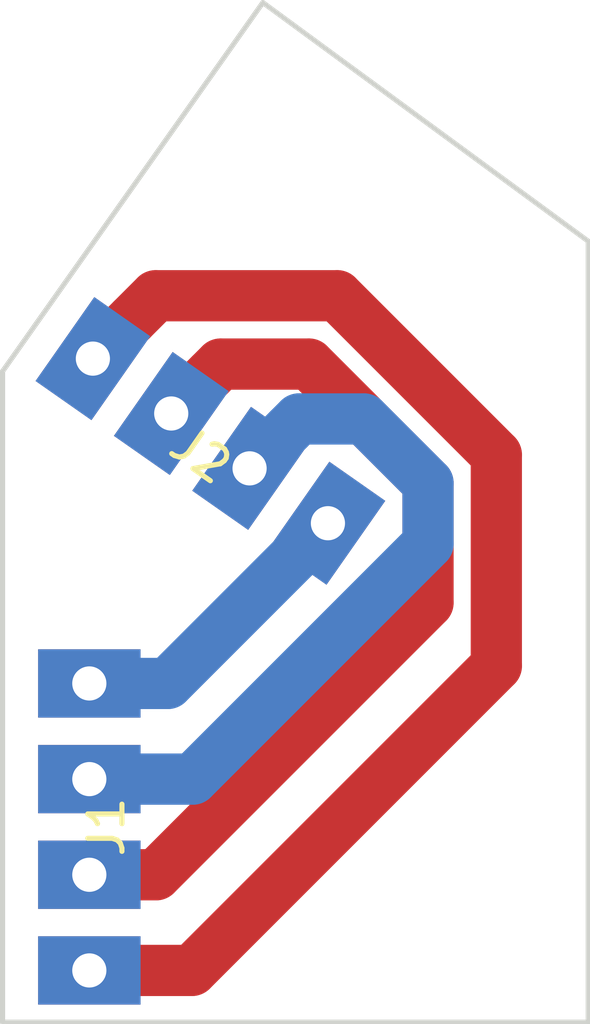
<source format=kicad_pcb>
(kicad_pcb (version 20171130) (host pcbnew "(5.0.0)")

  (general
    (thickness 1.6)
    (drawings 5)
    (tracks 23)
    (zones 0)
    (modules 2)
    (nets 5)
  )

  (page A4)
  (layers
    (0 F.Cu signal)
    (31 B.Cu signal)
    (32 B.Adhes user)
    (33 F.Adhes user)
    (34 B.Paste user)
    (35 F.Paste user)
    (36 B.SilkS user)
    (37 F.SilkS user)
    (38 B.Mask user)
    (39 F.Mask user)
    (40 Dwgs.User user)
    (41 Cmts.User user)
    (42 Eco1.User user)
    (43 Eco2.User user)
    (44 Edge.Cuts user)
    (45 Margin user)
    (46 B.CrtYd user)
    (47 F.CrtYd user)
    (48 B.Fab user)
    (49 F.Fab user)
  )

  (setup
    (last_trace_width 1.5)
    (trace_clearance 0.5)
    (zone_clearance 0.508)
    (zone_45_only no)
    (trace_min 0.2)
    (segment_width 0.2)
    (edge_width 0.15)
    (via_size 0.8)
    (via_drill 0.4)
    (via_min_size 0.4)
    (via_min_drill 0.3)
    (uvia_size 0.3)
    (uvia_drill 0.1)
    (uvias_allowed no)
    (uvia_min_size 0.2)
    (uvia_min_drill 0.1)
    (pcb_text_width 0.3)
    (pcb_text_size 1.5 1.5)
    (mod_edge_width 0.15)
    (mod_text_size 1 1)
    (mod_text_width 0.15)
    (pad_size 1.524 1.524)
    (pad_drill 0.762)
    (pad_to_mask_clearance 0.2)
    (aux_axis_origin 0 0)
    (visible_elements FFFFFF7F)
    (pcbplotparams
      (layerselection 0x010c0_ffffffff)
      (usegerberextensions false)
      (usegerberattributes false)
      (usegerberadvancedattributes false)
      (creategerberjobfile false)
      (excludeedgelayer true)
      (linewidth 0.100000)
      (plotframeref false)
      (viasonmask false)
      (mode 1)
      (useauxorigin false)
      (hpglpennumber 1)
      (hpglpenspeed 20)
      (hpglpendiameter 15.000000)
      (psnegative false)
      (psa4output false)
      (plotreference true)
      (plotvalue true)
      (plotinvisibletext false)
      (padsonsilk false)
      (subtractmaskfromsilk false)
      (outputformat 1)
      (mirror false)
      (drillshape 0)
      (scaleselection 1)
      (outputdirectory "gerber/"))
  )

  (net 0 "")
  (net 1 "Net-(J1-Pad1)")
  (net 2 "Net-(J1-Pad2)")
  (net 3 "Net-(J1-Pad3)")
  (net 4 "Net-(J1-Pad4)")

  (net_class Default "This is the default net class."
    (clearance 0.5)
    (trace_width 1.5)
    (via_dia 0.8)
    (via_drill 0.4)
    (uvia_dia 0.3)
    (uvia_drill 0.1)
    (add_net "Net-(J1-Pad1)")
    (add_net "Net-(J1-Pad2)")
    (add_net "Net-(J1-Pad3)")
    (add_net "Net-(J1-Pad4)")
  )

  (module "kiu-footprint:LED Strip 12mm" (layer F.Cu) (tedit 5DBE190E) (tstamp 5DBE2549)
    (at 51.435 44.45 90)
    (path /5DBE2270)
    (fp_text reference J1 (at 0 0.5 90) (layer F.SilkS)
      (effects (font (size 1 1) (thickness 0.15)))
    )
    (fp_text value Conn_01x04 (at 0 -0.5 90) (layer F.Fab)
      (effects (font (size 1 1) (thickness 0.15)))
    )
    (pad 1 thru_hole rect (at 4.2 0 90) (size 2 3) (drill 1) (layers *.Cu *.Mask)
      (net 1 "Net-(J1-Pad1)"))
    (pad 2 thru_hole rect (at 1.4 0 90) (size 2 3) (drill 1) (layers *.Cu *.Mask)
      (net 2 "Net-(J1-Pad2)"))
    (pad 3 thru_hole rect (at -1.4 0 90) (size 2 3) (drill 1) (layers *.Cu *.Mask)
      (net 3 "Net-(J1-Pad3)"))
    (pad 4 thru_hole rect (at -4.2 0 90) (size 2 3) (drill 1) (layers *.Cu *.Mask)
      (net 4 "Net-(J1-Pad4)"))
  )

  (module "kiu-footprint:LED Strip 12mm" (layer F.Cu) (tedit 5DBE190E) (tstamp 5DBE2534)
    (at 54.979561 33.150979 325)
    (path /5DBE22E8)
    (fp_text reference J2 (at 0 0.5 325) (layer F.SilkS)
      (effects (font (size 1 1) (thickness 0.15)))
    )
    (fp_text value Conn_01x04 (at 0 -0.5 325) (layer F.Fab)
      (effects (font (size 1 1) (thickness 0.15)))
    )
    (pad 4 thru_hole rect (at -4.2 0 325) (size 2 3) (drill 1) (layers *.Cu *.Mask)
      (net 4 "Net-(J1-Pad4)"))
    (pad 3 thru_hole rect (at -1.4 0 325) (size 2 3) (drill 1) (layers *.Cu *.Mask)
      (net 3 "Net-(J1-Pad3)"))
    (pad 2 thru_hole rect (at 1.4 0 325) (size 2 3) (drill 1) (layers *.Cu *.Mask)
      (net 2 "Net-(J1-Pad2)"))
    (pad 1 thru_hole rect (at 4.2 0 325) (size 2 3) (drill 1) (layers *.Cu *.Mask)
      (net 1 "Net-(J1-Pad1)"))
  )

  (gr_line (start 56.515 20.32) (end 66.04 27.305) (layer Edge.Cuts) (width 0.15))
  (gr_line (start 48.895 50.165) (end 66.04 50.165) (layer Edge.Cuts) (width 0.15))
  (gr_line (start 66.04 27.305) (end 66.04 50.165) (layer Edge.Cuts) (width 0.15))
  (gr_line (start 48.895 31.115) (end 56.515 20.32) (layer Edge.Cuts) (width 0.15))
  (gr_line (start 48.895 50.165) (end 48.895 31.115) (layer Edge.Cuts) (width 0.15))

  (segment (start 53.73 40.25) (end 58.42 35.56) (width 1.5) (layer B.Cu) (net 1))
  (segment (start 51.435 40.25) (end 53.73 40.25) (width 1.5) (layer B.Cu) (net 1))
  (segment (start 57.274106 32.806254) (end 56.126374 33.953986) (width 1.5) (layer B.Cu) (net 2))
  (segment (start 57.572675 32.507685) (end 57.274106 32.806254) (width 1.5) (layer B.Cu) (net 2))
  (segment (start 59.470137 32.507685) (end 57.572675 32.507685) (width 1.5) (layer B.Cu) (net 2))
  (segment (start 61.349527 34.387075) (end 59.470137 32.507685) (width 1.5) (layer B.Cu) (net 2))
  (segment (start 54.458876 43.05) (end 61.349527 36.159349) (width 1.5) (layer B.Cu) (net 2))
  (segment (start 61.349527 36.159349) (end 61.349527 34.387075) (width 1.5) (layer B.Cu) (net 2))
  (segment (start 51.435 43.05) (end 54.458876 43.05) (width 1.5) (layer B.Cu) (net 2))
  (segment (start 54.98048 31.20024) (end 53.832748 32.347972) (width 1.5) (layer F.Cu) (net 3))
  (segment (start 55.279049 30.901671) (end 54.98048 31.20024) (width 1.5) (layer F.Cu) (net 3))
  (segment (start 61.349527 37.885475) (end 61.349527 34.387075) (width 1.5) (layer F.Cu) (net 3))
  (segment (start 53.385002 45.85) (end 61.349527 37.885475) (width 1.5) (layer F.Cu) (net 3))
  (segment (start 51.435 45.85) (end 53.385002 45.85) (width 1.5) (layer F.Cu) (net 3))
  (segment (start 57.864123 30.901671) (end 55.279049 30.901671) (width 1.5) (layer F.Cu) (net 3))
  (segment (start 61.349527 34.387075) (end 57.864123 30.901671) (width 1.5) (layer F.Cu) (net 3))
  (segment (start 54.435 48.65) (end 63.349537 39.735463) (width 1.5) (layer F.Cu) (net 4))
  (segment (start 53.37942 28.90166) (end 52.686854 29.594226) (width 1.5) (layer F.Cu) (net 4))
  (segment (start 52.686854 29.594226) (end 51.539122 30.741958) (width 1.5) (layer F.Cu) (net 4))
  (segment (start 58.692554 28.90166) (end 53.37942 28.90166) (width 1.5) (layer F.Cu) (net 4))
  (segment (start 63.349537 33.558643) (end 58.692554 28.90166) (width 1.5) (layer F.Cu) (net 4))
  (segment (start 51.435 48.65) (end 54.435 48.65) (width 1.5) (layer F.Cu) (net 4))
  (segment (start 63.349537 39.735463) (end 63.349537 33.558643) (width 1.5) (layer F.Cu) (net 4))

)

</source>
